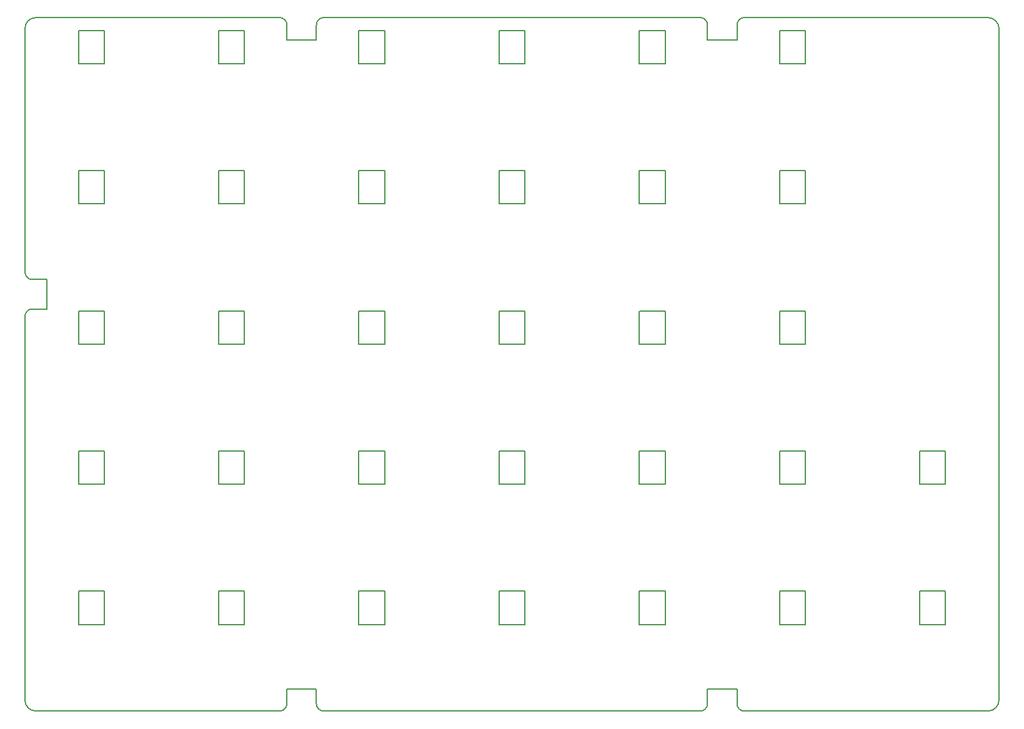
<source format=gbr>
G04 #@! TF.GenerationSoftware,KiCad,Pcbnew,(5.0.2-5-10.14)*
G04 #@! TF.CreationDate,2019-04-28T09:50:59+01:00*
G04 #@! TF.ProjectId,helix,68656c69-782e-46b6-9963-61645f706362,rev?*
G04 #@! TF.SameCoordinates,Original*
G04 #@! TF.FileFunction,Profile,NP*
%FSLAX46Y46*%
G04 Gerber Fmt 4.6, Leading zero omitted, Abs format (unit mm)*
G04 Created by KiCad (PCBNEW (5.0.2-5-10.14)) date Sunday, 28 April 2019 at 09:50:59*
%MOMM*%
%LPD*%
G01*
G04 APERTURE LIST*
%ADD10C,0.150000*%
G04 APERTURE END LIST*
D10*
X180500000Y-138000000D02*
X213500000Y-138000000D01*
X179500000Y-135000000D02*
X179500000Y-137000000D01*
X175500000Y-137000000D02*
X175500000Y-135000000D01*
X123500000Y-138000000D02*
X174500000Y-138000000D01*
X117500000Y-138000000D02*
X84500000Y-138000000D01*
X122500000Y-135000000D02*
X122500000Y-137000000D01*
X118500000Y-135000000D02*
X118500000Y-137000000D01*
X83000000Y-84500000D02*
X83000000Y-127500000D01*
X86000000Y-83500000D02*
X84000000Y-83500000D01*
X84000000Y-79500000D02*
X86000000Y-79500000D01*
X83000000Y-45500000D02*
X83000000Y-78500000D01*
X179500000Y-137000000D02*
G75*
G03X180500000Y-138000000I1000000J0D01*
G01*
X174500000Y-138000000D02*
G75*
G03X175500000Y-137000000I0J1000000D01*
G01*
X122500000Y-137000000D02*
G75*
G03X123500000Y-138000000I1000000J0D01*
G01*
X117500000Y-138000000D02*
G75*
G03X118500000Y-137000000I0J1000000D01*
G01*
X84000000Y-83500000D02*
G75*
G03X83000000Y-84500000I0J-1000000D01*
G01*
X83000000Y-78500000D02*
G75*
G03X84000000Y-79500000I1000000J0D01*
G01*
X180500000Y-44000000D02*
X213500000Y-44000000D01*
X179500000Y-45000000D02*
X179500000Y-47000000D01*
X180500000Y-44000000D02*
G75*
G03X179500000Y-45000000I0J-1000000D01*
G01*
X175500000Y-45000000D02*
X175500000Y-47000000D01*
X175500000Y-45000000D02*
G75*
G03X174500000Y-44000000I-1000000J0D01*
G01*
X123500000Y-44000000D02*
X174500000Y-44000000D01*
X122500000Y-47000000D02*
X122500000Y-45000000D01*
X123500000Y-44000000D02*
G75*
G03X122500000Y-45000000I0J-1000000D01*
G01*
X117500000Y-44000000D02*
X84500000Y-44000000D01*
X118500000Y-45000000D02*
X118500000Y-47000000D01*
X118500000Y-45000000D02*
G75*
G03X117500000Y-44000000I-1000000J0D01*
G01*
X175500000Y-135000000D02*
X179500000Y-135000000D01*
X118500000Y-135000000D02*
X122500000Y-135000000D01*
X175500000Y-47000000D02*
X179500000Y-47000000D01*
X118500000Y-47000000D02*
X122500000Y-47000000D01*
X86000000Y-79500000D02*
X86000000Y-83500000D01*
X204250000Y-126250000D02*
X204250000Y-121750000D01*
X207750000Y-126250000D02*
X204250000Y-126250000D01*
X207750000Y-121750000D02*
X207750000Y-126250000D01*
X204250000Y-121750000D02*
X207750000Y-121750000D01*
X185250000Y-126250000D02*
X185250000Y-121750000D01*
X188750000Y-126250000D02*
X185250000Y-126250000D01*
X188750000Y-121750000D02*
X188750000Y-126250000D01*
X185250000Y-121750000D02*
X188750000Y-121750000D01*
X166250000Y-126250000D02*
X166250000Y-121750000D01*
X169750000Y-126250000D02*
X166250000Y-126250000D01*
X169750000Y-121750000D02*
X169750000Y-126250000D01*
X166250000Y-121750000D02*
X169750000Y-121750000D01*
X147250000Y-126250000D02*
X147250000Y-121750000D01*
X150750000Y-126250000D02*
X147250000Y-126250000D01*
X150750000Y-121750000D02*
X150750000Y-126250000D01*
X147250000Y-121750000D02*
X150750000Y-121750000D01*
X128250000Y-126250000D02*
X128250000Y-121750000D01*
X131750000Y-126250000D02*
X128250000Y-126250000D01*
X131750000Y-121750000D02*
X131750000Y-126250000D01*
X128250000Y-121750000D02*
X131750000Y-121750000D01*
X109250000Y-126250000D02*
X109250000Y-121750000D01*
X112750000Y-126250000D02*
X109250000Y-126250000D01*
X112750000Y-121750000D02*
X112750000Y-126250000D01*
X109250000Y-121750000D02*
X112750000Y-121750000D01*
X90250000Y-126250000D02*
X90250000Y-121750000D01*
X93750000Y-126250000D02*
X90250000Y-126250000D01*
X93750000Y-121750000D02*
X93750000Y-126250000D01*
X90250000Y-121750000D02*
X93750000Y-121750000D01*
X90250000Y-107250000D02*
X90250000Y-102750000D01*
X93750000Y-107250000D02*
X90250000Y-107250000D01*
X93750000Y-102750000D02*
X93750000Y-107250000D01*
X90250000Y-102750000D02*
X93750000Y-102750000D01*
X109250000Y-107250000D02*
X109250000Y-102750000D01*
X112750000Y-107250000D02*
X109250000Y-107250000D01*
X112750000Y-102750000D02*
X112750000Y-107250000D01*
X109250000Y-102750000D02*
X112750000Y-102750000D01*
X128250000Y-107250000D02*
X128250000Y-102750000D01*
X131750000Y-107250000D02*
X128250000Y-107250000D01*
X131750000Y-102750000D02*
X131750000Y-107250000D01*
X128250000Y-102750000D02*
X131750000Y-102750000D01*
X147250000Y-107250000D02*
X147250000Y-102750000D01*
X150750000Y-107250000D02*
X147250000Y-107250000D01*
X150750000Y-102750000D02*
X150750000Y-107250000D01*
X147300000Y-102750000D02*
X150750000Y-102750000D01*
X166250000Y-107250000D02*
X166250000Y-102750000D01*
X169750000Y-107250000D02*
X166250000Y-107250000D01*
X169750000Y-102750000D02*
X169750000Y-107250000D01*
X166250000Y-102750000D02*
X169750000Y-102750000D01*
X185250000Y-107250000D02*
X185250000Y-102750000D01*
X188750000Y-107250000D02*
X185250000Y-107250000D01*
X188750000Y-102750000D02*
X188750000Y-107250000D01*
X185250000Y-102750000D02*
X188750000Y-102750000D01*
X204250000Y-107250000D02*
X204250000Y-102750000D01*
X207750000Y-107250000D02*
X204250000Y-107250000D01*
X207750000Y-102750000D02*
X207750000Y-107250000D01*
X204250000Y-102750000D02*
X207750000Y-102750000D01*
X185250000Y-88250000D02*
X185250000Y-83750000D01*
X188750000Y-88250000D02*
X185250000Y-88250000D01*
X188750000Y-83750000D02*
X188750000Y-88250000D01*
X185250000Y-83750000D02*
X188750000Y-83750000D01*
X166250000Y-88250000D02*
X166250000Y-83750000D01*
X169750000Y-88250000D02*
X166250000Y-88250000D01*
X169750000Y-83750000D02*
X169750000Y-88250000D01*
X166300000Y-83750000D02*
X169750000Y-83750000D01*
X147250000Y-88250000D02*
X147250000Y-83750000D01*
X150750000Y-88250000D02*
X147250000Y-88250000D01*
X150750000Y-83750000D02*
X150750000Y-88250000D01*
X147250000Y-83750000D02*
X150750000Y-83750000D01*
X128250000Y-88250000D02*
X128250000Y-83750000D01*
X131750000Y-88250000D02*
X128250000Y-88250000D01*
X131750000Y-83750000D02*
X131750000Y-88250000D01*
X128250000Y-83750000D02*
X131750000Y-83750000D01*
X109250000Y-88250000D02*
X109250000Y-83750000D01*
X112750000Y-88250000D02*
X109250000Y-88250000D01*
X112750000Y-83750000D02*
X112750000Y-88250000D01*
X109250000Y-83750000D02*
X112750000Y-83750000D01*
X90250000Y-88250000D02*
X90250000Y-83750000D01*
X93750000Y-88250000D02*
X90250000Y-88250000D01*
X93750000Y-83750000D02*
X93750000Y-88250000D01*
X90250000Y-83750000D02*
X93750000Y-83750000D01*
X90250000Y-69250000D02*
X90250000Y-64750000D01*
X93750000Y-69250000D02*
X90250000Y-69250000D01*
X93750000Y-64750000D02*
X93750000Y-69250000D01*
X90250000Y-64750000D02*
X93750000Y-64750000D01*
X109250000Y-69250000D02*
X109250000Y-64750000D01*
X112750000Y-69250000D02*
X109250000Y-69250000D01*
X112750000Y-64750000D02*
X112750000Y-69250000D01*
X109250000Y-64750000D02*
X112750000Y-64750000D01*
X128250000Y-69250000D02*
X128250000Y-64750000D01*
X131750000Y-69250000D02*
X128250000Y-69250000D01*
X131750000Y-64750000D02*
X131750000Y-69250000D01*
X128250000Y-64750000D02*
X131750000Y-64750000D01*
X147250000Y-69250000D02*
X147250000Y-64750000D01*
X150750000Y-69250000D02*
X147250000Y-69250000D01*
X150750000Y-64750000D02*
X150750000Y-69250000D01*
X147250000Y-64750000D02*
X150750000Y-64750000D01*
X166250000Y-69250000D02*
X166250000Y-64750000D01*
X169750000Y-69250000D02*
X166250000Y-69250000D01*
X169750000Y-64750000D02*
X169750000Y-69250000D01*
X166250000Y-64750000D02*
X169750000Y-64750000D01*
X185250000Y-69250000D02*
X185250000Y-64750000D01*
X188750000Y-69250000D02*
X185250000Y-69250000D01*
X188750000Y-64750000D02*
X188750000Y-69250000D01*
X185250000Y-64750000D02*
X188750000Y-64750000D01*
X185250000Y-50250000D02*
X185250000Y-45750000D01*
X188750000Y-50250000D02*
X185250000Y-50250000D01*
X188750000Y-45750000D02*
X188750000Y-50250000D01*
X185250000Y-45750000D02*
X188750000Y-45750000D01*
X166250000Y-50250000D02*
X166250000Y-45750000D01*
X169750000Y-50250000D02*
X166250000Y-50250000D01*
X169750000Y-45750000D02*
X169750000Y-50250000D01*
X166250000Y-45750000D02*
X169750000Y-45750000D01*
X147250000Y-50250000D02*
X147250000Y-45750000D01*
X150750000Y-50250000D02*
X147250000Y-50250000D01*
X150750000Y-45750000D02*
X150750000Y-50250000D01*
X147250000Y-45750000D02*
X150750000Y-45750000D01*
X128250000Y-50250000D02*
X128250000Y-45750000D01*
X131750000Y-50250000D02*
X128250000Y-50250000D01*
X131750000Y-45750000D02*
X131750000Y-50250000D01*
X128250000Y-45750000D02*
X131750000Y-45750000D01*
X109250000Y-50250000D02*
X109250000Y-45750000D01*
X112750000Y-50250000D02*
X109250000Y-50250000D01*
X112750000Y-45750000D02*
X112750000Y-50250000D01*
X109250000Y-45750000D02*
X112750000Y-45750000D01*
X90250000Y-50250000D02*
X90250000Y-45750000D01*
X93750000Y-50250000D02*
X90250000Y-50250000D01*
X93750000Y-45750000D02*
X93750000Y-50250000D01*
X90250000Y-45750000D02*
X93750000Y-45750000D01*
X215000000Y-136500000D02*
X215000000Y-45500000D01*
X83000000Y-121500000D02*
X83000000Y-136500000D01*
X215000000Y-45500000D02*
G75*
G03X213500000Y-44000000I-1500000J0D01*
G01*
X84500000Y-44000000D02*
G75*
G03X83000000Y-45500000I0J-1500000D01*
G01*
X83000000Y-136500000D02*
G75*
G03X84500000Y-138000000I1500000J0D01*
G01*
X213500000Y-138000000D02*
G75*
G03X215000000Y-136500000I0J1500000D01*
G01*
M02*

</source>
